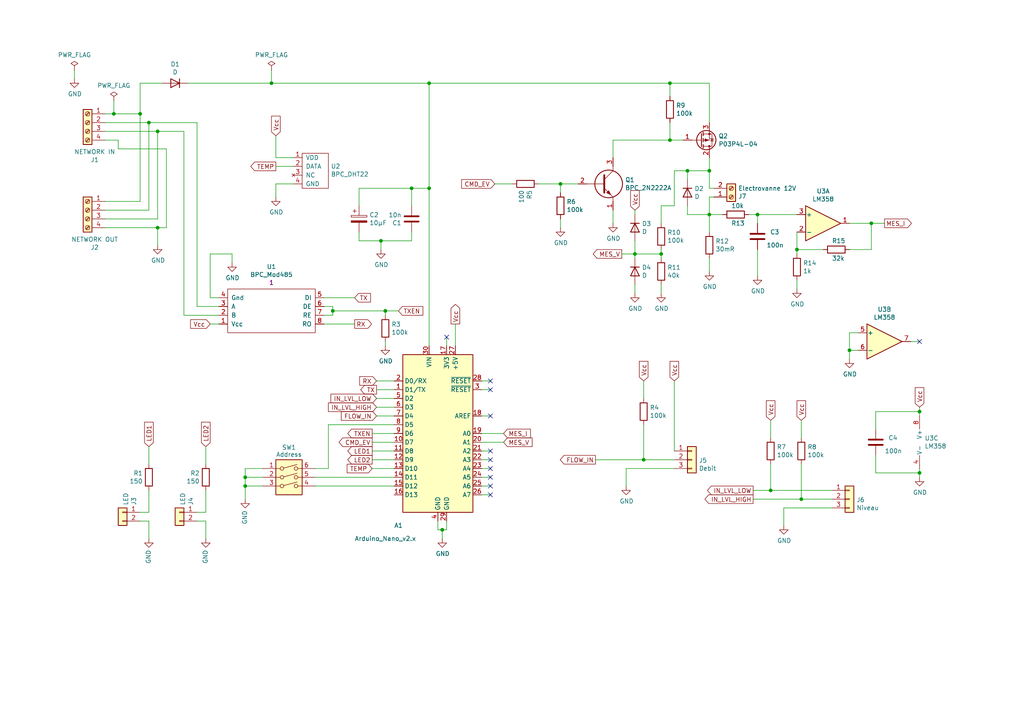
<source format=kicad_sch>
(kicad_sch (version 20230121) (generator eeschema)
  (paper "A4")
  (title_block (title "Carte de commande d'un Oya par RS485") (date "2024-03-17") (rev "C0") (company "BPC") (comment 2 "Technologie avec modules Arduino") (comment 3 "Monitoring de tension et de courant de la charge") (comment 4 "1 sortie 12V/5A - 2 TOR - 2 débimètres - 2 LEDs - Temp - RS485"))
  (lib_symbols
    (symbol "Amplifier_Operational:LM358" (pin_names (offset 0.127))
      (property "Reference" "U" (at 0 5.08 0))
      (property "Value" "LM358" (at 0 -5.08 0))
      (symbol "LM358_1_1"
        (polyline (pts (xy -5.08 5.08) (xy 5.08 0) (xy -5.08 -5.08) (xy -5.08 5.08)) (stroke (width 0.254)) (fill (type background)))
        (pin output line (at 7.62 0 180) (length 2.54) (name "~") (number "1"))
        (pin input line (at -7.62 -2.54 0) (length 2.54) (name "-") (number "2"))
        (pin input line (at -7.62 2.54 0) (length 2.54) (name "+") (number "3"))
      )
      (symbol "LM358_2_1"
        (polyline (pts (xy -5.08 5.08) (xy 5.08 0) (xy -5.08 -5.08) (xy -5.08 5.08)) (stroke (width 0.254)) (fill (type background)))
        (pin input line (at -7.62 2.54 0) (length 2.54) (name "+") (number "5"))
        (pin input line (at -7.62 -2.54 0) (length 2.54) (name "-") (number "6"))
        (pin output line (at 7.62 0 180) (length 2.54) (name "~") (number "7"))
      )
      (symbol "LM358_3_1"
        (pin power_in line (at -2.54 -7.62 90) (length 3.81) (name "V-") (number "4"))
        (pin power_in line (at -2.54 7.62 270) (length 3.81) (name "V+") (number "8"))
      )
    )
    (symbol "Connector:Screw_Terminal_01x02" (pin_names (offset 1.016) hide)
      (property "Reference" "J" (at 0 2.54 0))
      (property "Value" "Screw_Terminal_01x02" (at 0 -5.08 0))
      (symbol "Screw_Terminal_01x02_1_1"
        (rectangle (start -1.27 1.27) (end 1.27 -3.81) (stroke (width 0.254)) (fill (type background)))
        (circle (center 0 -2.54) (radius 0.635) (stroke (width 0.1524)))
        (polyline (pts (xy -0.5334 -2.2098) (xy 0.3302 -3.048)) (stroke (width 0.1524)))
        (polyline (pts (xy -0.5334 0.3302) (xy 0.3302 -0.508)) (stroke (width 0.1524)))
        (polyline (pts (xy -0.3556 -2.032) (xy 0.508 -2.8702)) (stroke (width 0.1524)))
        (polyline (pts (xy -0.3556 0.508) (xy 0.508 -0.3302)) (stroke (width 0.1524)))
        (circle (center 0 0) (radius 0.635) (stroke (width 0.1524)))
        (pin passive line (at -5.08 0 0) (length 3.81) (name "Pin_1") (number "1"))
        (pin passive line (at -5.08 -2.54 0) (length 3.81) (name "Pin_2") (number "2"))
      )
    )
    (symbol "Connector:Screw_Terminal_01x04" (pin_names (offset 1.016) hide)
      (property "Reference" "J" (at 0 5.08 0))
      (property "Value" "Screw_Terminal_01x04" (at 0 -7.62 0))
      (symbol "Screw_Terminal_01x04_1_1"
        (rectangle (start -1.27 3.81) (end 1.27 -6.35) (stroke (width 0.254)) (fill (type background)))
        (circle (center 0 -5.08) (radius 0.635) (stroke (width 0.1524)))
        (circle (center 0 -2.54) (radius 0.635) (stroke (width 0.1524)))
        (polyline (pts (xy -0.5334 -4.7498) (xy 0.3302 -5.588)) (stroke (width 0.1524)))
        (polyline (pts (xy -0.5334 -2.2098) (xy 0.3302 -3.048)) (stroke (width 0.1524)))
        (polyline (pts (xy -0.5334 0.3302) (xy 0.3302 -0.508)) (stroke (width 0.1524)))
        (polyline (pts (xy -0.5334 2.8702) (xy 0.3302 2.032)) (stroke (width 0.1524)))
        (polyline (pts (xy -0.3556 -4.572) (xy 0.508 -5.4102)) (stroke (width 0.1524)))
        (polyline (pts (xy -0.3556 -2.032) (xy 0.508 -2.8702)) (stroke (width 0.1524)))
        (polyline (pts (xy -0.3556 0.508) (xy 0.508 -0.3302)) (stroke (width 0.1524)))
        (polyline (pts (xy -0.3556 3.048) (xy 0.508 2.2098)) (stroke (width 0.1524)))
        (circle (center 0 0) (radius 0.635) (stroke (width 0.1524)))
        (circle (center 0 2.54) (radius 0.635) (stroke (width 0.1524)))
        (pin passive line (at -5.08 2.54 0) (length 3.81) (name "Pin_1") (number "1"))
        (pin passive line (at -5.08 0 0) (length 3.81) (name "Pin_2") (number "2"))
        (pin passive line (at -5.08 -2.54 0) (length 3.81) (name "Pin_3") (number "3"))
        (pin passive line (at -5.08 -5.08 0) (length 3.81) (name "Pin_4") (number "4"))
      )
    )
    (symbol "Connector_Generic:Conn_01x02" (pin_names (offset 1.016) hide)
      (property "Reference" "J" (at 0 2.54 0))
      (property "Value" "Conn_01x02" (at 0 -5.08 0))
      (symbol "Conn_01x02_1_1"
        (rectangle (start -1.27 -2.413) (end 0 -2.667) (stroke (width 0.1524)))
        (rectangle (start -1.27 0.127) (end 0 -0.127) (stroke (width 0.1524)))
        (rectangle (start -1.27 1.27) (end 1.27 -3.81) (stroke (width 0.254)) (fill (type background)))
        (pin passive line (at -5.08 0 0) (length 3.81) (name "Pin_1") (number "1"))
        (pin passive line (at -5.08 -2.54 0) (length 3.81) (name "Pin_2") (number "2"))
      )
    )
    (symbol "Connector_Generic:Conn_01x03" (pin_names (offset 1.016) hide)
      (property "Reference" "J" (at 0 5.08 0))
      (property "Value" "Conn_01x03" (at 0 -5.08 0))
      (symbol "Conn_01x03_1_1"
        (rectangle (start -1.27 -2.413) (end 0 -2.667) (stroke (width 0.1524)))
        (rectangle (start -1.27 0.127) (end 0 -0.127) (stroke (width 0.1524)))
        (rectangle (start -1.27 2.667) (end 0 2.413) (stroke (width 0.1524)))
        (rectangle (start -1.27 3.81) (end 1.27 -3.81) (stroke (width 0.254)) (fill (type background)))
        (pin passive line (at -5.08 2.54 0) (length 3.81) (name "Pin_1") (number "1"))
        (pin passive line (at -5.08 0 0) (length 3.81) (name "Pin_2") (number "2"))
        (pin passive line (at -5.08 -2.54 0) (length 3.81) (name "Pin_3") (number "3"))
      )
    )
    (symbol "Device:C" (pin_numbers hide) (pin_names (offset 0.254))
      (property "Reference" "C" (at 0.635 2.54 0))
      (property "Value" "C" (at 0.635 -2.54 0))
      (symbol "C_0_1"
        (polyline (pts (xy -2.032 -0.762) (xy 2.032 -0.762)) (stroke (width 0.508)))
        (polyline (pts (xy -2.032 0.762) (xy 2.032 0.762)) (stroke (width 0.508)))
      )
      (symbol "C_1_1"
        (pin passive line (at 0 3.81 270) (length 2.794) (name "~") (number "1"))
        (pin passive line (at 0 -3.81 90) (length 2.794) (name "~") (number "2"))
      )
    )
    (symbol "Device:D" (pin_numbers hide) (pin_names (offset 1.016) hide)
      (property "Reference" "D" (at 0 2.54 0))
      (property "Value" "D" (at 0 -2.54 0))
      (symbol "D_0_1"
        (polyline (pts (xy -1.27 1.27) (xy -1.27 -1.27)) (stroke (width 0.254)))
        (polyline (pts (xy 1.27 0) (xy -1.27 0)))
        (polyline (pts (xy 1.27 1.27) (xy 1.27 -1.27) (xy -1.27 0) (xy 1.27 1.27)) (stroke (width 0.254)))
      )
      (symbol "D_1_1"
        (pin passive line (at -3.81 0 0) (length 2.54) (name "K") (number "1"))
        (pin passive line (at 3.81 0 180) (length 2.54) (name "A") (number "2"))
      )
    )
    (symbol "Device:R" (pin_numbers hide) (pin_names (offset 0))
      (property "Reference" "R" (at 2.032 0 90))
      (property "Value" "R" (at 0 0 90))
      (symbol "R_0_1"
        (rectangle (start -1.016 -2.54) (end 1.016 2.54) (stroke (width 0.254)))
      )
      (symbol "R_1_1"
        (pin passive line (at 0 3.81 270) (length 1.27) (name "~") (number "1"))
        (pin passive line (at 0 -3.81 90) (length 1.27) (name "~") (number "2"))
      )
    )
    (symbol "MCU_Module:Arduino_Nano_v2.x"
      (property "Reference" "A" (at -10.16 23.495 0))
      (property "Value" "Arduino_Nano_v2.x" (at 5.08 -24.13 0))
      (symbol "Arduino_Nano_v2.x_0_1"
        (rectangle (start -10.16 22.86) (end 10.16 -22.86) (stroke (width 0.254)) (fill (type background)))
      )
      (symbol "Arduino_Nano_v2.x_1_1"
        (pin bidirectional line (at -12.7 12.7 0) (length 2.54) (name "D1/TX") (number "1"))
        (pin bidirectional line (at -12.7 -2.54 0) (length 2.54) (name "D7") (number "10"))
        (pin bidirectional line (at -12.7 -5.08 0) (length 2.54) (name "D8") (number "11"))
        (pin bidirectional line (at -12.7 -7.62 0) (length 2.54) (name "D9") (number "12"))
        (pin bidirectional line (at -12.7 -10.16 0) (length 2.54) (name "D10") (number "13"))
        (pin bidirectional line (at -12.7 -12.7 0) (length 2.54) (name "D11") (number "14"))
        (pin bidirectional line (at -12.7 -15.24 0) (length 2.54) (name "D12") (number "15"))
        (pin bidirectional line (at -12.7 -17.78 0) (length 2.54) (name "D13") (number "16"))
        (pin power_out line (at 2.54 25.4 270) (length 2.54) (name "3V3") (number "17"))
        (pin input line (at 12.7 5.08 180) (length 2.54) (name "AREF") (number "18"))
        (pin bidirectional line (at 12.7 0 180) (length 2.54) (name "A0") (number "19"))
        (pin bidirectional line (at -12.7 15.24 0) (length 2.54) (name "D0/RX") (number "2"))
        (pin bidirectional line (at 12.7 -2.54 180) (length 2.54) (name "A1") (number "20"))
        (pin bidirectional line (at 12.7 -5.08 180) (length 2.54) (name "A2") (number "21"))
        (pin bidirectional line (at 12.7 -7.62 180) (length 2.54) (name "A3") (number "22"))
        (pin bidirectional line (at 12.7 -10.16 180) (length 2.54) (name "A4") (number "23"))
        (pin bidirectional line (at 12.7 -12.7 180) (length 2.54) (name "A5") (number "24"))
        (pin bidirectional line (at 12.7 -15.24 180) (length 2.54) (name "A6") (number "25"))
        (pin bidirectional line (at 12.7 -17.78 180) (length 2.54) (name "A7") (number "26"))
        (pin power_out line (at 5.08 25.4 270) (length 2.54) (name "+5V") (number "27"))
        (pin input line (at 12.7 15.24 180) (length 2.54) (name "~{RESET}") (number "28"))
        (pin power_in line (at 2.54 -25.4 90) (length 2.54) (name "GND") (number "29"))
        (pin input line (at 12.7 12.7 180) (length 2.54) (name "~{RESET}") (number "3"))
        (pin power_in line (at -2.54 25.4 270) (length 2.54) (name "VIN") (number "30"))
        (pin power_in line (at 0 -25.4 90) (length 2.54) (name "GND") (number "4"))
        (pin bidirectional line (at -12.7 10.16 0) (length 2.54) (name "D2") (number "5"))
        (pin bidirectional line (at -12.7 7.62 0) (length 2.54) (name "D3") (number "6"))
        (pin bidirectional line (at -12.7 5.08 0) (length 2.54) (name "D4") (number "7"))
        (pin bidirectional line (at -12.7 2.54 0) (length 2.54) (name "D5") (number "8"))
        (pin bidirectional line (at -12.7 0 0) (length 2.54) (name "D6") (number "9"))
      )
    )
    (symbol "Switch:SW_DIP_x03" (pin_names (offset 0) hide)
      (property "Reference" "SW" (at 0 8.89 0))
      (property "Value" "SW_DIP_x03" (at 0 -3.81 0))
      (symbol "SW_DIP_x03_0_0"
        (circle (center -2.032 0) (radius 0.508))
        (circle (center -2.032 2.54) (radius 0.508))
        (circle (center -2.032 5.08) (radius 0.508))
        (polyline (pts (xy -1.524 0.127) (xy 2.3622 1.1684)))
        (polyline (pts (xy -1.524 2.667) (xy 2.3622 3.7084)))
        (polyline (pts (xy -1.524 5.207) (xy 2.3622 6.2484)))
        (circle (center 2.032 0) (radius 0.508))
        (circle (center 2.032 2.54) (radius 0.508))
        (circle (center 2.032 5.08) (radius 0.508))
      )
      (symbol "SW_DIP_x03_0_1"
        (rectangle (start -3.81 7.62) (end 3.81 -2.54) (stroke (width 0.254)) (fill (type background)))
      )
      (symbol "SW_DIP_x03_1_1"
        (pin passive line (at -7.62 5.08 0) (length 5.08) (name "~") (number "1"))
        (pin passive line (at -7.62 2.54 0) (length 5.08) (name "~") (number "2"))
        (pin passive line (at -7.62 0 0) (length 5.08) (name "~") (number "3"))
        (pin passive line (at 7.62 0 180) (length 5.08) (name "~") (number "4"))
        (pin passive line (at 7.62 2.54 180) (length 5.08) (name "~") (number "5"))
        (pin passive line (at 7.62 5.08 180) (length 5.08) (name "~") (number "6"))
      )
    )
    (symbol "bpc:BPC_2N2222A" (pin_names (offset 0.762))
      (property "Reference" "Q" (at 13.97 1.27 0))
      (property "Value" "BPC_2N2222A" (at 13.97 -1.27 0))
      (symbol "BPC_2N2222A_0_0"
        (pin passive line (at 10.16 -7.62 90) (length 2.54) (name "~") (number "1"))
        (pin passive line (at 0 0 0) (length 2.54) (name "~") (number "2"))
        (pin passive line (at 10.16 7.62 270) (length 2.54) (name "~") (number "3"))
      )
      (symbol "BPC_2N2222A_0_1"
        (polyline (pts (xy 2.54 0) (xy 7.62 0)) (stroke (width 0.1524)))
        (polyline (pts (xy 7.62 -1.27) (xy 10.16 -3.81)) (stroke (width 0.1524)))
        (polyline (pts (xy 7.62 1.27) (xy 10.16 3.81)) (stroke (width 0.1524)))
        (polyline (pts (xy 7.62 2.54) (xy 7.62 -2.54)) (stroke (width 0.508)))
        (polyline (pts (xy 10.16 -3.81) (xy 10.16 -5.08)) (stroke (width 0.1524)))
        (polyline (pts (xy 10.16 3.81) (xy 10.16 5.08)) (stroke (width 0.1524)))
        (polyline (pts (xy 8.382 -2.54) (xy 8.89 -2.032) (xy 9.398 -3.048) (xy 8.382 -2.54)) (stroke (width 0.254)) (fill (type outline)))
        (circle (center 8.89 0) (radius 4.0132) (stroke (width 0.254)))
      )
    )
    (symbol "bpc:BPC_DHT22" (pin_names (offset 1.016))
      (property "Reference" "U" (at 1.27 2.54 0))
      (property "Value" "BPC_DHT22" (at 3.81 -10.16 0))
      (symbol "BPC_DHT22_0_0"
        (pin power_in line (at -2.54 0 0) (length 2.54) (name "VDD") (number "1"))
        (pin bidirectional line (at -2.54 -2.54 0) (length 2.54) (name "DATA") (number "2"))
        (pin no_connect line (at -2.54 -5.08 0) (length 2.54) (name "NC") (number "3"))
        (pin power_in line (at -2.54 -7.62 0) (length 2.54) (name "GND") (number "4"))
      )
      (symbol "BPC_DHT22_0_1"
        (rectangle (start 0 1.27) (end 7.62 -8.89))
      )
    )
    (symbol "bpc:BPC_Mod485" (pin_names (offset 1.016))
      (property "Reference" "U" (at 1.27 12.7 0))
      (property "Value" "BPC_Mod485" (at 12.7 -3.81 0))
      (property "Bpcref" "1" (at 0 0 0))
      (symbol "BPC_Mod485_0_1"
        (rectangle (start 0 10.16) (end 25.4 -2.54))
      )
      (symbol "BPC_Mod485_1_1"
        (pin power_in line (at -2.54 0 0) (length 2.54) (name "Vcc") (number "1"))
        (pin tri_state line (at -2.54 2.54 0) (length 2.54) (name "B") (number "2"))
        (pin tri_state line (at -2.54 5.08 0) (length 2.54) (name "A") (number "3"))
        (pin power_in line (at -2.54 7.62 0) (length 2.54) (name "Gnd") (number "4"))
        (pin input line (at 27.94 7.62 180) (length 2.54) (name "DI") (number "5"))
        (pin input line (at 27.94 5.08 180) (length 2.54) (name "DE") (number "6"))
        (pin input line (at 27.94 2.54 180) (length 2.54) (name "RE") (number "7"))
        (pin output line (at 27.94 0 180) (length 2.54) (name "RO") (number "8"))
      )
    )
    (symbol "bpc:P03P4L-04" (pin_names (offset 0) hide)
      (property "Reference" "Q" (at 5.08 -1.27 0))
      (property "Value" "P03P4L-04" (at 5.08 1.27 0))
      (symbol "P03P4L-04_0_1"
        (polyline (pts (xy 0.254 -1.905) (xy 0.254 1.905)) (stroke (width 0.254)))
        (polyline (pts (xy 0.254 0) (xy -2.54 0)))
        (polyline (pts (xy 0.762 -2.286) (xy 0.762 -1.27)) (stroke (width 0.254)))
        (polyline (pts (xy 0.762 -0.508) (xy 0.762 0.508)) (stroke (width 0.254)))
        (polyline (pts (xy 0.762 1.27) (xy 0.762 2.286)) (stroke (width 0.254)))
        (polyline (pts (xy 2.54 -2.54) (xy 2.54 -1.778)))
        (polyline (pts (xy 2.54 2.54) (xy 2.54 0) (xy 0.762 0)))
        (polyline (pts (xy 0.762 -1.778) (xy 3.302 -1.778) (xy 3.302 1.778) (xy 0.762 1.778)))
        (polyline (pts (xy 2.286 0) (xy 1.27 -0.381) (xy 1.27 0.381) (xy 2.286 0)) (fill (type outline)))
        (polyline (pts (xy 2.794 0.508) (xy 2.921 0.381) (xy 3.683 0.381) (xy 3.81 0.254)))
        (polyline (pts (xy 3.302 0.381) (xy 2.921 -0.254) (xy 3.683 -0.254) (xy 3.302 0.381)))
        (circle (center 1.651 0) (radius 2.794) (stroke (width 0.254)))
        (circle (center 2.54 -1.778) (radius 0.254) (fill (type outline)))
        (circle (center 2.54 1.778) (radius 0.254) (fill (type outline)))
      )
      (symbol "P03P4L-04_1_1"
        (pin input line (at -5.08 0 0) (length 2.54) (name "G") (number "1"))
        (pin passive line (at 2.54 -5.08 90) (length 2.54) (name "D") (number "2"))
        (pin passive line (at 2.54 5.08 270) (length 2.54) (name "S") (number "3"))
      )
    )
    (symbol "jard_rs485_slave_mods-rescue:CP-Device" (pin_numbers hide) (pin_names (offset 0.254))
      (property "Reference" "C" (at 0.635 2.54 0))
      (property "Value" "Device_CP" (at 0.635 -2.54 0))
      (symbol "CP-Device_0_1"
        (rectangle (start -2.286 0.508) (end 2.286 1.016))
        (polyline (pts (xy -1.778 2.286) (xy -0.762 2.286)))
        (polyline (pts (xy -1.27 2.794) (xy -1.27 1.778)))
        (rectangle (start 2.286 -0.508) (end -2.286 -1.016) (fill (type outline)))
      )
      (symbol "CP-Device_1_1"
        (pin passive line (at 0 3.81 270) (length 2.794) (name "~") (number "1"))
        (pin passive line (at 0 -3.81 90) (length 2.794) (name "~") (number "2"))
      )
    )
    (symbol "power:GND" (power) (pin_names (offset 0))
      (property "Value" "GND" (at 0 -3.81 0))
      (symbol "GND_0_1"
        (polyline (pts (xy 0 0) (xy 0 -1.27) (xy 1.27 -1.27) (xy 0 -2.54) (xy -1.27 -1.27) (xy 0 -1.27)))
      )
      (symbol "GND_1_1"
        (pin power_in line (at 0 0 270) (length 0) hide (name "GND") (number "1"))
      )
    )
    (symbol "power:PWR_FLAG" (power) (pin_numbers hide) (pin_names (offset 0) hide)
      (property "Value" "PWR_FLAG" (at 0 3.81 0))
      (symbol "PWR_FLAG_0_0"
        (pin power_out line (at 0 0 90) (length 0) (name "pwr") (number "1"))
      )
      (symbol "PWR_FLAG_0_1"
        (polyline (pts (xy 0 0) (xy 0 1.27) (xy -1.016 1.905) (xy 0 2.54) (xy 1.016 1.905) (xy 0 1.27)))
      )
    )
  )
  (junction (at 223.52 142.24))
  (junction (at 128.27 153.67))
  (junction (at 78.74 24.13))
  (junction (at 252.73 64.77))
  (junction (at 124.46 24.13))
  (junction (at 194.31 40.64))
  (junction (at 119.38 54.61))
  (junction (at 45.72 38.1))
  (junction (at 194.31 24.13))
  (junction (at 186.69 133.35))
  (junction (at 199.39 49.53))
  (junction (at 219.71 62.23))
  (junction (at 184.15 73.66))
  (junction (at 71.12 140.97))
  (junction (at 33.02 33.02))
  (junction (at 231.14 72.39))
  (junction (at 96.52 90.17))
  (junction (at 71.12 138.43))
  (junction (at 191.77 73.66))
  (junction (at 111.76 90.17))
  (junction (at 246.38 101.6))
  (junction (at 266.7 137.16))
  (junction (at 40.64 33.02))
  (junction (at 266.7 119.38))
  (junction (at 232.41 144.78))
  (junction (at 162.56 53.34))
  (junction (at 124.46 54.61))
  (junction (at 205.74 62.23))
  (junction (at 43.18 35.56))
  (junction (at 110.49 69.85))
  (junction (at 205.74 49.53))
  (junction (at 45.72 66.04))
  (no_connect (at 142.24 120.65))
  (no_connect (at 142.24 135.89))
  (no_connect (at 142.24 140.97))
  (no_connect (at 142.24 113.03))
  (no_connect (at 142.24 133.35))
  (no_connect (at 142.24 110.49))
  (no_connect (at 142.24 138.43))
  (no_connect (at 142.24 130.81))
  (no_connect (at 129.54 97.79))
  (no_connect (at 142.24 143.51))
  (no_connect (at 266.7 99.06))
  (wire (pts (xy 91.44 140.97) (xy 114.3 140.97)))
  (wire (pts (xy 107.95 135.89) (xy 114.3 135.89)))
  (wire (pts (xy 246.38 96.52) (xy 248.92 96.52)))
  (wire (pts (xy 124.46 24.13) (xy 124.46 54.61)))
  (wire (pts (xy 45.72 38.1) (xy 30.48 38.1)))
  (wire (pts (xy 48.26 66.04) (xy 45.72 66.04)))
  (wire (pts (xy 104.14 69.85) (xy 110.49 69.85)))
  (wire (pts (xy 59.69 134.62) (xy 59.69 129.54)))
  (wire (pts (xy 186.69 133.35) (xy 172.72 133.35)))
  (wire (pts (xy 232.41 121.92) (xy 232.41 127)))
  (wire (pts (xy 194.31 40.64) (xy 177.8 40.64)))
  (wire (pts (xy 57.15 88.9) (xy 57.15 35.56)))
  (wire (pts (xy 248.92 101.6) (xy 246.38 101.6)))
  (wire (pts (xy 129.54 100.33) (xy 129.54 97.79)))
  (wire (pts (xy 85.09 48.26) (xy 80.01 48.26)))
  (wire (pts (xy 139.7 110.49) (xy 142.24 110.49)))
  (wire (pts (xy 128.27 153.67) (xy 128.27 156.21)))
  (wire (pts (xy 45.72 38.1) (xy 53.34 38.1)))
  (wire (pts (xy 139.7 143.51) (xy 142.24 143.51)))
  (wire (pts (xy 63.5 86.36) (xy 60.96 86.36)))
  (wire (pts (xy 205.74 35.56) (xy 205.74 24.13)))
  (wire (pts (xy 71.12 138.43) (xy 76.2 138.43)))
  (wire (pts (xy 191.77 85.09) (xy 191.77 82.55)))
  (wire (pts (xy 107.95 128.27) (xy 114.3 128.27)))
  (wire (pts (xy 111.76 99.06) (xy 111.76 100.33)))
  (wire (pts (xy 184.15 73.66) (xy 180.34 73.66)))
  (wire (pts (xy 219.71 62.23) (xy 231.14 62.23)))
  (wire (pts (xy 139.7 113.03) (xy 142.24 113.03)))
  (wire (pts (xy 93.98 88.9) (xy 96.52 88.9)))
  (wire (pts (xy 254 119.38) (xy 266.7 119.38)))
  (wire (pts (xy 184.15 73.66) (xy 184.15 74.93)))
  (wire (pts (xy 181.61 140.97) (xy 181.61 135.89)))
  (wire (pts (xy 78.74 20.32) (xy 78.74 24.13)))
  (wire (pts (xy 266.7 138.43) (xy 266.7 137.16)))
  (wire (pts (xy 57.15 35.56) (xy 43.18 35.56)))
  (wire (pts (xy 219.71 64.77) (xy 219.71 62.23)))
  (wire (pts (xy 148.59 53.34) (xy 143.51 53.34)))
  (wire (pts (xy 223.52 134.62) (xy 223.52 142.24)))
  (wire (pts (xy 57.15 151.13) (xy 59.69 151.13)))
  (wire (pts (xy 33.02 33.02) (xy 40.64 33.02)))
  (wire (pts (xy 199.39 49.53) (xy 205.74 49.53)))
  (wire (pts (xy 218.44 142.24) (xy 223.52 142.24)))
  (wire (pts (xy 43.18 151.13) (xy 43.18 156.21)))
  (wire (pts (xy 194.31 24.13) (xy 205.74 24.13)))
  (wire (pts (xy 63.5 88.9) (xy 57.15 88.9)))
  (wire (pts (xy 205.74 57.15) (xy 205.74 62.23)))
  (wire (pts (xy 177.8 60.96) (xy 177.8 64.77)))
  (wire (pts (xy 246.38 96.52) (xy 246.38 101.6)))
  (wire (pts (xy 207.01 57.15) (xy 205.74 57.15)))
  (wire (pts (xy 205.74 54.61) (xy 207.01 54.61)))
  (wire (pts (xy 34.29 43.18) (xy 48.26 43.18)))
  (wire (pts (xy 102.87 93.98) (xy 93.98 93.98)))
  (wire (pts (xy 205.74 49.53) (xy 205.74 54.61)))
  (wire (pts (xy 30.48 63.5) (xy 45.72 63.5)))
  (wire (pts (xy 21.59 22.86) (xy 21.59 20.32)))
  (wire (pts (xy 266.7 118.11) (xy 266.7 119.38)))
  (wire (pts (xy 139.7 120.65) (xy 142.24 120.65)))
  (wire (pts (xy 119.38 54.61) (xy 124.46 54.61)))
  (wire (pts (xy 199.39 62.23) (xy 199.39 59.69)))
  (wire (pts (xy 266.7 137.16) (xy 266.7 135.89)))
  (wire (pts (xy 45.72 66.04) (xy 30.48 66.04)))
  (wire (pts (xy 191.77 72.39) (xy 191.77 73.66)))
  (wire (pts (xy 43.18 60.96) (xy 30.48 60.96)))
  (wire (pts (xy 184.15 62.23) (xy 184.15 60.96)))
  (wire (pts (xy 177.8 40.64) (xy 177.8 45.72)))
  (wire (pts (xy 96.52 91.44) (xy 93.98 91.44)))
  (wire (pts (xy 91.44 135.89) (xy 95.25 135.89)))
  (wire (pts (xy 205.74 45.72) (xy 205.74 49.53)))
  (wire (pts (xy 139.7 130.81) (xy 142.24 130.81)))
  (wire (pts (xy 104.14 69.85) (xy 104.14 67.31)))
  (wire (pts (xy 241.3 144.78) (xy 232.41 144.78)))
  (wire (pts (xy 104.14 54.61) (xy 104.14 59.69)))
  (wire (pts (xy 111.76 90.17) (xy 111.76 91.44)))
  (wire (pts (xy 71.12 135.89) (xy 76.2 135.89)))
  (wire (pts (xy 231.14 72.39) (xy 231.14 67.31)))
  (wire (pts (xy 60.96 73.66) (xy 67.31 73.66)))
  (wire (pts (xy 30.48 40.64) (xy 34.29 40.64)))
  (wire (pts (xy 95.25 135.89) (xy 95.25 123.19)))
  (wire (pts (xy 194.31 24.13) (xy 194.31 27.94)))
  (wire (pts (xy 162.56 53.34) (xy 162.56 55.88)))
  (wire (pts (xy 59.69 142.24) (xy 59.69 148.59)))
  (wire (pts (xy 223.52 121.92) (xy 223.52 127)))
  (wire (pts (xy 254 137.16) (xy 254 132.08)))
  (wire (pts (xy 238.76 72.39) (xy 231.14 72.39)))
  (wire (pts (xy 252.73 64.77) (xy 246.38 64.77)))
  (wire (pts (xy 231.14 81.28) (xy 231.14 83.82)))
  (wire (pts (xy 266.7 137.16) (xy 254 137.16)))
  (wire (pts (xy 119.38 54.61) (xy 119.38 59.69)))
  (wire (pts (xy 71.12 144.78) (xy 71.12 140.97)))
  (wire (pts (xy 110.49 69.85) (xy 110.49 72.39)))
  (wire (pts (xy 217.17 62.23) (xy 219.71 62.23)))
  (wire (pts (xy 85.09 45.72) (xy 80.01 45.72)))
  (wire (pts (xy 119.38 67.31) (xy 119.38 69.85)))
  (wire (pts (xy 162.56 53.34) (xy 156.21 53.34)))
  (wire (pts (xy 139.7 140.97) (xy 142.24 140.97)))
  (wire (pts (xy 132.08 93.98) (xy 132.08 100.33)))
  (wire (pts (xy 114.3 115.57) (xy 109.22 115.57)))
  (wire (pts (xy 33.02 29.21) (xy 33.02 33.02)))
  (wire (pts (xy 109.22 113.03) (xy 114.3 113.03)))
  (wire (pts (xy 184.15 82.55) (xy 184.15 85.09)))
  (wire (pts (xy 71.12 140.97) (xy 76.2 140.97)))
  (wire (pts (xy 43.18 142.24) (xy 43.18 148.59)))
  (wire (pts (xy 80.01 53.34) (xy 85.09 53.34)))
  (wire (pts (xy 232.41 134.62) (xy 232.41 144.78)))
  (wire (pts (xy 71.12 138.43) (xy 71.12 135.89)))
  (wire (pts (xy 60.96 86.36) (xy 60.96 73.66)))
  (wire (pts (xy 254 124.46) (xy 254 119.38)))
  (wire (pts (xy 54.61 24.13) (xy 78.74 24.13)))
  (wire (pts (xy 67.31 76.2) (xy 67.31 73.66)))
  (wire (pts (xy 109.22 120.65) (xy 114.3 120.65)))
  (wire (pts (xy 114.3 125.73) (xy 107.95 125.73)))
  (wire (pts (xy 109.22 118.11) (xy 114.3 118.11)))
  (wire (pts (xy 46.99 24.13) (xy 40.64 24.13)))
  (wire (pts (xy 191.77 73.66) (xy 191.77 74.93)))
  (wire (pts (xy 95.25 123.19) (xy 114.3 123.19)))
  (wire (pts (xy 139.7 128.27) (xy 146.05 128.27)))
  (wire (pts (xy 246.38 72.39) (xy 252.73 72.39)))
  (wire (pts (xy 40.64 151.13) (xy 43.18 151.13)))
  (wire (pts (xy 223.52 142.24) (xy 241.3 142.24)))
  (wire (pts (xy 194.31 40.64) (xy 194.31 35.56)))
  (wire (pts (xy 119.38 69.85) (xy 110.49 69.85)))
  (wire (pts (xy 266.7 119.38) (xy 266.7 120.65)))
  (wire (pts (xy 195.58 110.49) (xy 195.58 130.81)))
  (wire (pts (xy 34.29 40.64) (xy 34.29 43.18)))
  (wire (pts (xy 115.57 90.17) (xy 111.76 90.17)))
  (wire (pts (xy 43.18 35.56) (xy 43.18 60.96)))
  (wire (pts (xy 191.77 73.66) (xy 184.15 73.66)))
  (wire (pts (xy 129.54 153.67) (xy 129.54 151.13)))
  (wire (pts (xy 30.48 33.02) (xy 33.02 33.02)))
  (wire (pts (xy 104.14 54.61) (xy 119.38 54.61)))
  (wire (pts (xy 227.33 152.4) (xy 227.33 147.32)))
  (wire (pts (xy 109.22 110.49) (xy 114.3 110.49)))
  (wire (pts (xy 205.74 74.93) (xy 205.74 78.74)))
  (wire (pts (xy 78.74 24.13) (xy 124.46 24.13)))
  (wire (pts (xy 102.87 86.36) (xy 93.98 86.36)))
  (wire (pts (xy 181.61 135.89) (xy 195.58 135.89)))
  (wire (pts (xy 59.69 148.59) (xy 57.15 148.59)))
  (wire (pts (xy 48.26 43.18) (xy 48.26 66.04)))
  (wire (pts (xy 139.7 133.35) (xy 142.24 133.35)))
  (wire (pts (xy 127 151.13) (xy 127 153.67)))
  (wire (pts (xy 205.74 62.23) (xy 205.74 67.31)))
  (wire (pts (xy 30.48 35.56) (xy 43.18 35.56)))
  (wire (pts (xy 205.74 62.23) (xy 199.39 62.23)))
  (wire (pts (xy 107.95 133.35) (xy 114.3 133.35)))
  (wire (pts (xy 43.18 148.59) (xy 40.64 148.59)))
  (wire (pts (xy 139.7 138.43) (xy 142.24 138.43)))
  (wire (pts (xy 124.46 24.13) (xy 194.31 24.13)))
  (wire (pts (xy 266.7 99.06) (xy 264.16 99.06)))
  (wire (pts (xy 252.73 64.77) (xy 256.54 64.77)))
  (wire (pts (xy 191.77 64.77) (xy 191.77 59.69)))
  (wire (pts (xy 209.55 62.23) (xy 205.74 62.23)))
  (wire (pts (xy 30.48 58.42) (xy 40.64 58.42)))
  (wire (pts (xy 96.52 88.9) (xy 96.52 90.17)))
  (wire (pts (xy 195.58 49.53) (xy 199.39 49.53)))
  (wire (pts (xy 63.5 93.98) (xy 60.96 93.98)))
  (wire (pts (xy 191.77 59.69) (xy 195.58 59.69)))
  (wire (pts (xy 184.15 69.85) (xy 184.15 73.66)))
  (wire (pts (xy 124.46 54.61) (xy 124.46 100.33)))
  (wire (pts (xy 63.5 91.44) (xy 53.34 91.44)))
  (wire (pts (xy 232.41 144.78) (xy 218.44 144.78)))
  (wire (pts (xy 167.64 53.34) (xy 162.56 53.34)))
  (wire (pts (xy 227.33 147.32) (xy 241.3 147.32)))
  (wire (pts (xy 231.14 73.66) (xy 231.14 72.39)))
  (wire (pts (xy 96.52 90.17) (xy 111.76 90.17)))
  (wire (pts (xy 40.64 24.13) (xy 40.64 33.02)))
  (wire (pts (xy 45.72 66.04) (xy 45.72 71.12)))
  (wire (pts (xy 252.73 72.39) (xy 252.73 64.77)))
  (wire (pts (xy 199.39 52.07) (xy 199.39 49.53)))
  (wire (pts (xy 186.69 110.49) (xy 186.69 115.57)))
  (wire (pts (xy 91.44 138.43) (xy 114.3 138.43)))
  (wire (pts (xy 186.69 123.19) (xy 186.69 133.35)))
  (wire (pts (xy 127 153.67) (xy 128.27 153.67)))
  (wire (pts (xy 139.7 125.73) (xy 146.05 125.73)))
  (wire (pts (xy 96.52 90.17) (xy 96.52 91.44)))
  (wire (pts (xy 59.69 151.13) (xy 59.69 156.21)))
  (wire (pts (xy 43.18 134.62) (xy 43.18 129.54)))
  (wire (pts (xy 195.58 59.69) (xy 195.58 49.53)))
  (wire (pts (xy 53.34 38.1) (xy 53.34 91.44)))
  (wire (pts (xy 219.71 80.01) (xy 219.71 72.39)))
  (wire (pts (xy 194.31 40.64) (xy 198.12 40.64)))
  (wire (pts (xy 71.12 140.97) (xy 71.12 138.43)))
  (wire (pts (xy 162.56 66.04) (xy 162.56 63.5)))
  (wire (pts (xy 45.72 63.5) (xy 45.72 38.1)))
  (wire (pts (xy 139.7 135.89) (xy 142.24 135.89)))
  (wire (pts (xy 40.64 58.42) (xy 40.64 33.02)))
  (wire (pts (xy 128.27 153.67) (xy 129.54 153.67)))
  (wire (pts (xy 107.95 130.81) (xy 114.3 130.81)))
  (wire (pts (xy 195.58 133.35) (xy 186.69 133.35)))
  (wire (pts (xy 80.01 57.15) (xy 80.01 53.34)))
  (wire (pts (xy 246.38 101.6) (xy 246.38 104.14)))
  (wire (pts (xy 80.01 45.72) (xy 80.01 39.37)))
  (global_label "RX" (shape output) (at 102.87 93.98 0) (property "Intersheetrefs" "${INTERSHEET_REFS}" (effects hide)))
  (global_label "RX" (shape input) (at 109.22 110.49 180) (property "Intersheetrefs" "${INTERSHEET_REFS}" (effects hide)))
  (global_label "FLOW_IN" (shape output) (at 172.72 133.35 180) (property "Intersheetrefs" "${INTERSHEET_REFS}" (effects hide)))
  (global_label "TEMP" (shape input) (at 107.95 135.89 180) (property "Intersheetrefs" "${INTERSHEET_REFS}" (effects hide)))
  (global_label "Vcc" (shape input) (at 266.7 118.11 90) (property "Intersheetrefs" "${INTERSHEET_REFS}" (effects hide)))
  (global_label "Vcc" (shape input) (at 184.15 60.96 90) (property "Intersheetrefs" "${INTERSHEET_REFS}" (effects hide)))
  (global_label "IN_LVL_LOW" (shape output) (at 218.44 142.24 180) (property "Intersheetrefs" "${INTERSHEET_REFS}" (effects hide)))
  (global_label "LED1" (shape output) (at 107.95 130.81 180) (property "Intersheetrefs" "${INTERSHEET_REFS}" (effects hide)))
  (global_label "Vcc" (shape input) (at 195.58 110.49 90) (property "Intersheetrefs" "${INTERSHEET_REFS}" (effects hide)))
  (global_label "CMD_EV" (shape output) (at 107.95 128.27 180) (property "Intersheetrefs" "${INTERSHEET_REFS}" (effects hide)))
  (global_label "Vcc" (shape input) (at 186.69 110.49 90) (property "Intersheetrefs" "${INTERSHEET_REFS}" (effects hide)))
  (global_label "Vcc" (shape input) (at 223.52 121.92 90) (property "Intersheetrefs" "${INTERSHEET_REFS}" (effects hide)))
  (global_label "TXEN" (shape output) (at 107.95 125.73 180) (property "Intersheetrefs" "${INTERSHEET_REFS}" (effects hide)))
  (global_label "CMD_EV" (shape input) (at 143.51 53.34 180) (property "Intersheetrefs" "${INTERSHEET_REFS}" (effects hide)))
  (global_label "MES_V" (shape input) (at 146.05 128.27 0) (property "Intersheetrefs" "${INTERSHEET_REFS}" (effects hide)))
  (global_label "IN_LVL_LOW" (shape input) (at 109.22 115.57 180) (property "Intersheetrefs" "${INTERSHEET_REFS}" (effects hide)))
  (global_label "Vcc" (shape input) (at 60.96 93.98 180) (property "Intersheetrefs" "${INTERSHEET_REFS}" (effects hide)))
  (global_label "FLOW_IN" (shape input) (at 109.22 120.65 180) (property "Intersheetrefs" "${INTERSHEET_REFS}" (effects hide)))
  (global_label "MES_I" (shape input) (at 146.05 125.73 0) (property "Intersheetrefs" "${INTERSHEET_REFS}" (effects hide)))
  (global_label "MES_I" (shape output) (at 256.54 64.77 0) (property "Intersheetrefs" "${INTERSHEET_REFS}" (effects hide)))
  (global_label "LED2" (shape output) (at 107.95 133.35 180) (property "Intersheetrefs" "${INTERSHEET_REFS}" (effects hide)))
  (global_label "TXEN" (shape input) (at 115.57 90.17 0) (property "Intersheetrefs" "${INTERSHEET_REFS}" (effects hide)))
  (global_label "TEMP" (shape output) (at 80.01 48.26 180) (property "Intersheetrefs" "${INTERSHEET_REFS}" (effects hide)))
  (global_label "TX" (shape output) (at 109.22 113.03 180) (property "Intersheetrefs" "${INTERSHEET_REFS}" (effects hide)))
  (global_label "Vcc" (shape output) (at 132.08 93.98 90) (property "Intersheetrefs" "${INTERSHEET_REFS}" (effects hide)))
  (global_label "Vcc" (shape input) (at 80.01 39.37 90) (property "Intersheetrefs" "${INTERSHEET_REFS}" (effects hide)))
  (global_label "IN_LVL_HIGH" (shape input) (at 109.22 118.11 180) (property "Intersheetrefs" "${INTERSHEET_REFS}" (effects hide)))
  (global_label "MES_V" (shape output) (at 180.34 73.66 180) (property "Intersheetrefs" "${INTERSHEET_REFS}" (effects hide)))
  (global_label "LED2" (shape input) (at 59.69 129.54 90) (property "Intersheetrefs" "${INTERSHEET_REFS}" (effects hide)))
  (global_label "TX" (shape input) (at 102.87 86.36 0) (property "Intersheetrefs" "${INTERSHEET_REFS}" (effects hide)))
  (global_label "IN_LVL_HIGH" (shape output) (at 218.44 144.78 180) (property "Intersheetrefs" "${INTERSHEET_REFS}" (effects hide)))
  (global_label "LED1" (shape input) (at 43.18 129.54 90) (property "Intersheetrefs" "${INTERSHEET_REFS}" (effects hide)))
  (global_label "Vcc" (shape input) (at 232.41 121.92 90) (property "Intersheetrefs" "${INTERSHEET_REFS}" (effects hide)))
  (symbol (lib_id "Connector:Screw_Terminal_01x04") (at 25.4 35.56 0) (mirror y) (unit 1)
    (property "Reference" "J1" (at 27.4828 46.355 0))
    (property "Value" "NETWORK IN" (at 27.4828 44.0436 0))
    (property "Footprint" "TerminalBlock_Phoenix:TerminalBlock_Phoenix_MPT-0,5-4-2.54_1x04_P2.54mm_Horizontal" (effects hide))
  )
  (symbol (lib_id "Connector:Screw_Terminal_01x04") (at 25.4 60.96 0) (mirror y) (unit 1)
    (property "Reference" "J2" (at 27.4828 71.755 0))
    (property "Value" "NETWORK OUT" (at 27.4828 69.4436 0))
    (property "Footprint" "TerminalBlock_Phoenix:TerminalBlock_Phoenix_MPT-0,5-4-2.54_1x04_P2.54mm_Horizontal" (effects hide))
  )
  (symbol (lib_id "Connector:Screw_Terminal_01x02") (at 212.09 57.15 0) (mirror x) (unit 1)
    (property "Reference" "J7" (at 214.122 56.9468 0) (effects (justify left)))
    (property "Value" "Electrovanne 12V" (at 214.122 54.6354 0) (effects (justify left)))
    (property "Footprint" "TerminalBlock_Phoenix:TerminalBlock_Phoenix_MPT-0,5-2-2.54_1x02_P2.54mm_Horizontal" (effects hide))
  )
  (symbol (lib_id "Connector_Generic:Conn_01x03") (at 246.38 144.78 0) (unit 1)
    (property "Reference" "J6" (at 248.412 144.9832 0) (effects (justify left)))
    (property "Value" "Niveau" (at 248.412 147.2946 0) (effects (justify left)))
    (property "Footprint" "TerminalBlock_Phoenix:TerminalBlock_Phoenix_MPT-0,5-3-2.54_1x03_P2.54mm_Horizontal" (effects hide))
  )
  (symbol (lib_id "power:GND") (at 227.33 152.4 0) (unit 1)
    (property "Reference" "#PWR011" (effects hide))
    (property "Value" "GND" (at 227.457 156.7942 0))
  )
  (symbol (lib_id "Connector_Generic:Conn_01x02") (at 35.56 148.59 0) (mirror y) (unit 1)
    (property "Reference" "J3" (at 38.8112 146.558 90) (effects (justify left)))
    (property "Value" "LED" (at 36.4998 146.558 90) (effects (justify left)))
    (property "Footprint" "Connector_PinHeader_2.54mm:PinHeader_1x02_P2.54mm_Vertical" (effects hide))
  )
  (symbol (lib_id "Device:R") (at 43.18 138.43 0) (mirror y) (unit 1)
    (property "Reference" "R1" (at 41.402 137.2616 0) (effects (justify left)))
    (property "Value" "150" (at 41.402 139.573 0) (effects (justify left)))
    (property "Footprint" "Resistor_THT:R_Axial_DIN0309_L9.0mm_D3.2mm_P2.54mm_Vertical" (effects hide))
  )
  (symbol (lib_id "power:GND") (at 43.18 156.21 0) (mirror y) (unit 1)
    (property "Reference" "#PWR01" (effects hide))
    (property "Value" "GND" (at 43.053 159.4612 90) (effects (justify right)))
  )
  (symbol (lib_id "MCU_Module:Arduino_Nano_v2.x") (at 127 125.73 0) (unit 1)
    (property "Reference" "A1" (at 115.57 152.4 0))
    (property "Value" "Arduino_Nano_v2.x" (at 111.76 156.21 0))
    (property "Footprint" "bpc:BPC_Arduino_Nano" (effects hide))
    (property "Datasheet" "https://www.arduino.cc/en/uploads/Main/ArduinoNanoManual23.pdf" (effects hide))
  )
  (symbol (lib_id "power:GND") (at 67.31 76.2 0) (unit 1)
    (property "Reference" "#PWR04" (effects hide))
    (property "Value" "GND" (at 67.437 80.5942 0))
  )
  (symbol (lib_id "power:GND") (at 128.27 156.21 0) (unit 1)
    (property "Reference" "#PWR06" (effects hide))
    (property "Value" "GND" (at 128.397 160.6042 0))
  )
  (symbol (lib_id "Device:D") (at 50.8 24.13 180) (unit 1)
    (property "Reference" "D1" (at 50.8 18.6182 0))
    (property "Value" "D" (at 50.8 20.9296 0))
    (property "Footprint" "Diode_THT:D_A-405_P12.70mm_Horizontal" (effects hide))
  )
  (symbol (lib_id "power:GND") (at 45.72 71.12 0) (unit 1)
    (property "Reference" "#PWR02" (effects hide))
    (property "Value" "GND" (at 45.847 75.5142 0))
  )
  (symbol (lib_id "Device:R") (at 111.76 95.25 0) (unit 1)
    (property "Reference" "R3" (at 113.538 94.0816 0) (effects (justify left)))
    (property "Value" "100k" (at 113.538 96.393 0) (effects (justify left)))
    (property "Footprint" "Resistor_THT:R_Axial_DIN0309_L9.0mm_D3.2mm_P2.54mm_Vertical" (effects hide))
  )
  (symbol (lib_id "power:GND") (at 111.76 100.33 0) (unit 1)
    (property "Reference" "#PWR05" (effects hide))
    (property "Value" "GND" (at 111.887 104.7242 0))
  )
  (symbol (lib_id "Device:R") (at 223.52 130.81 0) (unit 1)
    (property "Reference" "R7" (at 225.298 129.6416 0) (effects (justify left)))
    (property "Value" "100k" (at 225.298 131.953 0) (effects (justify left)))
    (property "Footprint" "Resistor_THT:R_Axial_DIN0309_L9.0mm_D3.2mm_P2.54mm_Vertical" (effects hide))
  )
  (symbol (lib_id "jard_rs485_slave_mods-rescue:CP-Device") (at 104.14 63.5 0) (unit 1)
    (property "Reference" "C2" (at 107.1372 62.3316 0) (effects (justify left)))
    (property "Value" "10µF" (at 107.1372 64.643 0) (effects (justify left)))
    (property "Footprint" "Capacitor_THT:CP_Radial_D8.0mm_P2.50mm" (effects hide))
  )
  (symbol (lib_id "Device:C") (at 119.38 63.5 180) (unit 1)
    (property "Reference" "C1" (at 116.459 64.6684 0) (effects (justify left)))
    (property "Value" "10n" (at 116.459 62.357 0) (effects (justify left)))
    (property "Footprint" "Capacitor_THT:C_Disc_D5.0mm_W2.5mm_P2.50mm" (effects hide))
  )
  (symbol (lib_id "power:GND") (at 110.49 72.39 0) (unit 1)
    (property "Reference" "#PWR07" (effects hide))
    (property "Value" "GND" (at 110.617 76.7842 0))
  )
  (symbol (lib_id "Device:R") (at 232.41 130.81 0) (unit 1)
    (property "Reference" "R8" (at 234.188 129.6416 0) (effects (justify left)))
    (property "Value" "100k" (at 234.188 131.953 0) (effects (justify left)))
    (property "Footprint" "Resistor_THT:R_Axial_DIN0309_L9.0mm_D3.2mm_P2.54mm_Vertical" (effects hide))
  )
  (symbol (lib_id "Device:R") (at 191.77 68.58 0) (unit 1)
    (property "Reference" "R10" (at 193.548 67.4116 0) (effects (justify left)))
    (property "Value" "100k" (at 193.548 69.723 0) (effects (justify left)))
    (property "Footprint" "Resistor_THT:R_Axial_DIN0309_L9.0mm_D3.2mm_P2.54mm_Vertical" (effects hide))
  )
  (symbol (lib_id "Device:R") (at 191.77 78.74 0) (unit 1)
    (property "Reference" "R11" (at 193.548 77.5716 0) (effects (justify left)))
    (property "Value" "40k" (at 193.548 79.883 0) (effects (justify left)))
    (property "Footprint" "Resistor_THT:R_Axial_DIN0309_L9.0mm_D3.2mm_P2.54mm_Vertical" (effects hide))
  )
  (symbol (lib_id "power:GND") (at 191.77 85.09 0) (unit 1)
    (property "Reference" "#PWR015" (effects hide))
    (property "Value" "GND" (at 191.897 89.4842 0))
  )
  (symbol (lib_id "bpc:P03P4L-04") (at 203.2 40.64 0) (unit 1)
    (property "Reference" "Q2" (at 208.3816 39.4716 0) (effects (justify left)))
    (property "Value" "P03P4L-04" (at 208.3816 41.783 0) (effects (justify left)))
    (property "Footprint" "Package_TO_SOT_THT:TO-220-3_Vertical" (effects hide))
  )
  (symbol (lib_id "Device:R") (at 194.31 31.75 0) (unit 1)
    (property "Reference" "R9" (at 196.088 30.5816 0) (effects (justify left)))
    (property "Value" "100k" (at 196.088 32.893 0) (effects (justify left)))
    (property "Footprint" "Resistor_THT:R_Axial_DIN0309_L9.0mm_D3.2mm_P2.54mm_Vertical" (effects hide))
  )
  (symbol (lib_id "Device:D") (at 199.39 55.88 270) (unit 1)
    (property "Reference" "D2" (at 201.422 54.7116 90) (effects (justify left)))
    (property "Value" "D" (at 201.422 57.023 90) (effects (justify left)))
    (property "Footprint" "Diode_THT:D_A-405_P2.54mm_Vertical_AnodeUp" (effects hide))
  )
  (symbol (lib_id "Device:D") (at 184.15 66.04 270) (unit 1)
    (property "Reference" "D3" (at 186.182 64.8716 90) (effects (justify left)))
    (property "Value" "D" (at 186.182 67.183 90) (effects (justify left)))
    (property "Footprint" "Diode_THT:D_A-405_P2.54mm_Vertical_AnodeUp" (effects hide))
  )
  (symbol (lib_id "Device:D") (at 184.15 78.74 270) (unit 1)
    (property "Reference" "D4" (at 186.182 77.5716 90) (effects (justify left)))
    (property "Value" "D" (at 186.182 79.883 90) (effects (justify left)))
    (property "Footprint" "Diode_THT:D_A-405_P2.54mm_Vertical_AnodeUp" (effects hide))
  )
  (symbol (lib_id "power:GND") (at 184.15 85.09 0) (unit 1)
    (property "Reference" "#PWR014" (effects hide))
    (property "Value" "GND" (at 184.277 89.4842 0))
  )
  (symbol (lib_id "power:GND") (at 205.74 78.74 0) (unit 1)
    (property "Reference" "#PWR012" (effects hide))
    (property "Value" "GND" (at 205.867 83.1342 0))
  )
  (symbol (lib_id "bpc:BPC_2N2222A") (at 167.64 53.34 0) (unit 1)
    (property "Reference" "Q1" (at 181.3052 52.1716 0) (effects (justify left)))
    (property "Value" "BPC_2N2222A" (at 181.3052 54.483 0) (effects (justify left)))
    (property "Footprint" "Package_TO_SOT_THT:TO-18-3" (effects hide))
    (property "Datasheet" "https://www.arrow.com/en/products/2n2222a/microsemi" (effects hide))
    (property "Description" "Trans GP BJT NPN 50V 0.8A 3-Pin TO-18" (effects hide))
    (property "Manufacturer_Name" "Microsemi Corporation" (effects hide))
    (property "Manufacturer_Part_Number" "2N2222A" (effects hide))
    (property "Mouser Part Number" "494-2N2222A" (effects hide))
    (property "Mouser Price/Stock" "https://www.mouser.co.uk/ProductDetail/Microchip-Microsemi/2N2222A?qs=TXMzd3F6EylR6f6YErRW3Q%3D%3D" (effects hide))
    (property "Arrow Part Number" "2N2222A" (effects hide))
    (property "Arrow Price/Stock" "https://www.arrow.com/en/products/2n2222a/microsemi" (effects hide))
  )
  (symbol (lib_id "power:GND") (at 177.8 64.77 0) (unit 1)
    (property "Reference" "#PWR010" (effects hide))
    (property "Value" "GND" (at 177.927 69.1642 0))
  )
  (symbol (lib_id "Device:R") (at 162.56 59.69 0) (unit 1)
    (property "Reference" "R6" (at 164.338 58.5216 0) (effects (justify left)))
    (property "Value" "100k" (at 164.338 60.833 0) (effects (justify left)))
    (property "Footprint" "Resistor_THT:R_Axial_DIN0309_L9.0mm_D3.2mm_P2.54mm_Vertical" (effects hide))
  )
  (symbol (lib_id "power:GND") (at 162.56 66.04 0) (unit 1)
    (property "Reference" "#PWR09" (effects hide))
    (property "Value" "GND" (at 162.687 70.4342 0))
  )
  (symbol (lib_id "Device:R") (at 152.4 53.34 270) (unit 1)
    (property "Reference" "R5" (at 153.5684 55.118 0) (effects (justify left)))
    (property "Value" "100" (at 151.257 55.118 0) (effects (justify left)))
    (property "Footprint" "Resistor_THT:R_Axial_DIN0309_L9.0mm_D3.2mm_P2.54mm_Vertical" (effects hide))
  )
  (symbol (lib_id "Device:R") (at 205.74 71.12 0) (unit 1)
    (property "Reference" "R12" (at 207.518 69.9516 0) (effects (justify left)))
    (property "Value" "30mR" (at 207.518 72.263 0) (effects (justify left)))
    (property "Footprint" "Resistor_THT:R_Axial_DIN0309_L9.0mm_D3.2mm_P2.54mm_Vertical" (effects hide))
  )
  (symbol (lib_id "Connector_Generic:Conn_01x02") (at 52.07 148.59 0) (mirror y) (unit 1)
    (property "Reference" "J4" (at 55.3212 146.558 90) (effects (justify left)))
    (property "Value" "LED" (at 53.0098 146.558 90) (effects (justify left)))
    (property "Footprint" "Connector_PinHeader_2.54mm:PinHeader_1x02_P2.54mm_Vertical" (effects hide))
  )
  (symbol (lib_id "Device:R") (at 59.69 138.43 0) (mirror y) (unit 1)
    (property "Reference" "R2" (at 57.912 137.2616 0) (effects (justify left)))
    (property "Value" "150" (at 57.912 139.573 0) (effects (justify left)))
    (property "Footprint" "Resistor_THT:R_Axial_DIN0309_L9.0mm_D3.2mm_P2.54mm_Vertical" (effects hide))
  )
  (symbol (lib_id "power:GND") (at 59.69 156.21 0) (mirror y) (unit 1)
    (property "Reference" "#PWR03" (effects hide))
    (property "Value" "GND" (at 59.563 159.4612 90) (effects (justify right)))
  )
  (symbol (lib_id "Connector_Generic:Conn_01x03") (at 200.66 133.35 0) (unit 1)
    (property "Reference" "J5" (at 202.692 133.5532 0) (effects (justify left)))
    (property "Value" "Debit" (at 202.692 135.8646 0) (effects (justify left)))
    (property "Footprint" "TerminalBlock_Phoenix:TerminalBlock_Phoenix_MPT-0,5-3-2.54_1x03_P2.54mm_Horizontal" (effects hide))
  )
  (symbol (lib_id "power:GND") (at 181.61 140.97 0) (unit 1)
    (property "Reference" "#PWR08" (effects hide))
    (property "Value" "GND" (at 181.737 145.3642 0))
  )
  (symbol (lib_id "Device:R") (at 186.69 119.38 0) (unit 1)
    (property "Reference" "R4" (at 188.468 118.2116 0) (effects (justify left)))
    (property "Value" "100k" (at 188.468 120.523 0) (effects (justify left)))
    (property "Footprint" "Resistor_THT:R_Axial_DIN0309_L9.0mm_D3.2mm_P2.54mm_Vertical" (effects hide))
  )
  (symbol (lib_id "Amplifier_Operational:LM358") (at 238.76 64.77 0) (unit 1)
    (property "Reference" "U3" (at 238.76 55.4482 0))
    (property "Value" "LM358" (at 238.76 57.7596 0))
    (property "Footprint" "Package_DIP:DIP-8_W7.62mm_Socket_LongPads" (effects hide))
    (property "Datasheet" "http://www.ti.com/lit/ds/symlink/lm2904-n.pdf" (effects hide))
  )
  (symbol (lib_id "Device:C") (at 219.71 68.58 180) (unit 1)
    (property "Reference" "C3" (at 226.06 67.31 0) (effects (justify left)))
    (property "Value" "100n" (at 227.33 71.12 0) (effects (justify left)))
    (property "Footprint" "Capacitor_THT:C_Disc_D5.0mm_W2.5mm_P2.50mm" (effects hide))
  )
  (symbol (lib_id "power:GND") (at 219.71 80.01 0) (unit 1)
    (property "Reference" "#PWR016" (effects hide))
    (property "Value" "GND" (at 219.837 84.4042 0))
  )
  (symbol (lib_id "Device:R") (at 231.14 77.47 0) (unit 1)
    (property "Reference" "R14" (at 232.918 76.3016 0) (effects (justify left)))
    (property "Value" "1k" (at 232.918 78.613 0) (effects (justify left)))
    (property "Footprint" "Resistor_THT:R_Axial_DIN0309_L9.0mm_D3.2mm_P2.54mm_Vertical" (effects hide))
  )
  (symbol (lib_id "Device:R") (at 242.57 72.39 270) (unit 1)
    (property "Reference" "R15" (at 241.3 69.85 90) (effects (justify left)))
    (property "Value" "32k" (at 241.3 74.93 90) (effects (justify left)))
    (property "Footprint" "Resistor_THT:R_Axial_DIN0309_L9.0mm_D3.2mm_P2.54mm_Vertical" (effects hide))
  )
  (symbol (lib_id "power:GND") (at 231.14 83.82 0) (unit 1)
    (property "Reference" "#PWR017" (effects hide))
    (property "Value" "GND" (at 231.267 88.2142 0))
  )
  (symbol (lib_id "bpc:BPC_DHT22") (at 87.63 45.72 0) (unit 1)
    (property "Reference" "U2" (at 95.9612 48.2346 0) (effects (justify left)))
    (property "Value" "BPC_DHT22" (at 95.9612 50.546 0) (effects (justify left)))
    (property "Footprint" "bpc:BPC_DHT22" (effects hide))
  )
  (symbol (lib_id "power:GND") (at 80.01 57.15 0) (unit 1)
    (property "Reference" "#PWR013" (effects hide))
    (property "Value" "GND" (at 80.137 61.5442 0))
  )
  (symbol (lib_id "Device:R") (at 213.36 62.23 270) (unit 1)
    (property "Reference" "R13" (at 212.09 64.77 90) (effects (justify left)))
    (property "Value" "10k" (at 212.09 59.69 90) (effects (justify left)))
    (property "Footprint" "Resistor_THT:R_Axial_DIN0309_L9.0mm_D3.2mm_P2.54mm_Vertical" (effects hide))
  )
  (symbol (lib_id "power:PWR_FLAG") (at 33.02 29.21 0) (unit 1)
    (property "Reference" "#FLG0101" (effects hide))
    (property "Value" "PWR_FLAG" (at 33.02 24.8158 0))
  )
  (symbol (lib_id "Amplifier_Operational:LM358") (at 256.54 99.06 0) (unit 2)
    (property "Reference" "U3" (at 256.54 89.7382 0))
    (property "Value" "LM358" (at 256.54 92.0496 0))
    (property "Footprint" "Package_DIP:DIP-8_W7.62mm_Socket_LongPads" (effects hide))
    (property "Datasheet" "http://www.ti.com/lit/ds/symlink/lm2904-n.pdf" (effects hide))
  )
  (symbol (lib_id "Amplifier_Operational:LM358") (at 269.24 128.27 0) (unit 3)
    (property "Reference" "U3" (at 268.1732 127.1016 0) (effects (justify left)))
    (property "Value" "LM358" (at 268.1732 129.413 0) (effects (justify left)))
    (property "Footprint" "Package_DIP:DIP-8_W7.62mm_Socket_LongPads" (effects hide))
    (property "Datasheet" "http://www.ti.com/lit/ds/symlink/lm2904-n.pdf" (effects hide))
  )
  (symbol (lib_id "power:PWR_FLAG") (at 21.59 20.32 0) (unit 1)
    (property "Reference" "#FLG0102" (effects hide))
    (property "Value" "PWR_FLAG" (at 21.59 15.9258 0))
  )
  (symbol (lib_id "power:GND") (at 21.59 22.86 0) (unit 1)
    (property "Reference" "#PWR0101" (effects hide))
    (property "Value" "GND" (at 21.717 27.2542 0))
  )
  (symbol (lib_id "power:PWR_FLAG") (at 78.74 20.32 0) (unit 1)
    (property "Reference" "#FLG0103" (effects hide))
    (property "Value" "PWR_FLAG" (at 78.74 15.9258 0))
  )
  (symbol (lib_id "power:GND") (at 246.38 104.14 0) (unit 1)
    (property "Reference" "#PWR0102" (effects hide))
    (property "Value" "GND" (at 246.507 108.5342 0))
  )
  (symbol (lib_id "power:GND") (at 266.7 138.43 0) (unit 1)
    (property "Reference" "#PWR0103" (effects hide))
    (property "Value" "GND" (at 266.827 142.8242 0))
  )
  (symbol (lib_id "Device:C") (at 254 128.27 180) (unit 1)
    (property "Reference" "C4" (at 260.35 127 0) (effects (justify left)))
    (property "Value" "100n" (at 261.62 130.81 0) (effects (justify left)))
    (property "Footprint" "Capacitor_THT:C_Disc_D5.0mm_W2.5mm_P2.50mm" (effects hide))
  )
  (symbol (lib_id "bpc:BPC_Mod485") (at 66.04 93.98 0) (unit 1)
    (property "Reference" "U1" (at 78.74 77.343 0))
    (property "Value" "BPC_Mod485" (at 78.74 79.6544 0))
    (property "Footprint" "bpc:BPC_Mod485" (effects hide))
    (property "Bpcref" "1" (at 78.74 81.9658 0))
  )
  (symbol (lib_id "Switch:SW_DIP_x03") (at 83.82 140.97 0) (unit 1)
    (property "Reference" "SW1" (at 83.82 129.77 0))
    (property "Value" "Address" (at 83.82 131.818 0))
    (property "Footprint" "Button_Switch_THT:SW_DIP_SPSTx03_Slide_6.7x9.18mm_W7.62mm_P2.54mm_LowProfile" (effects hide))
  )
  (symbol (lib_id "power:GND") (at 71.12 144.78 0) (mirror y) (unit 1)
    (property "Reference" "#PWR018" (effects hide))
    (property "Value" "GND" (at 70.993 148.0312 90) (effects (justify right)))
  )
)
</source>
